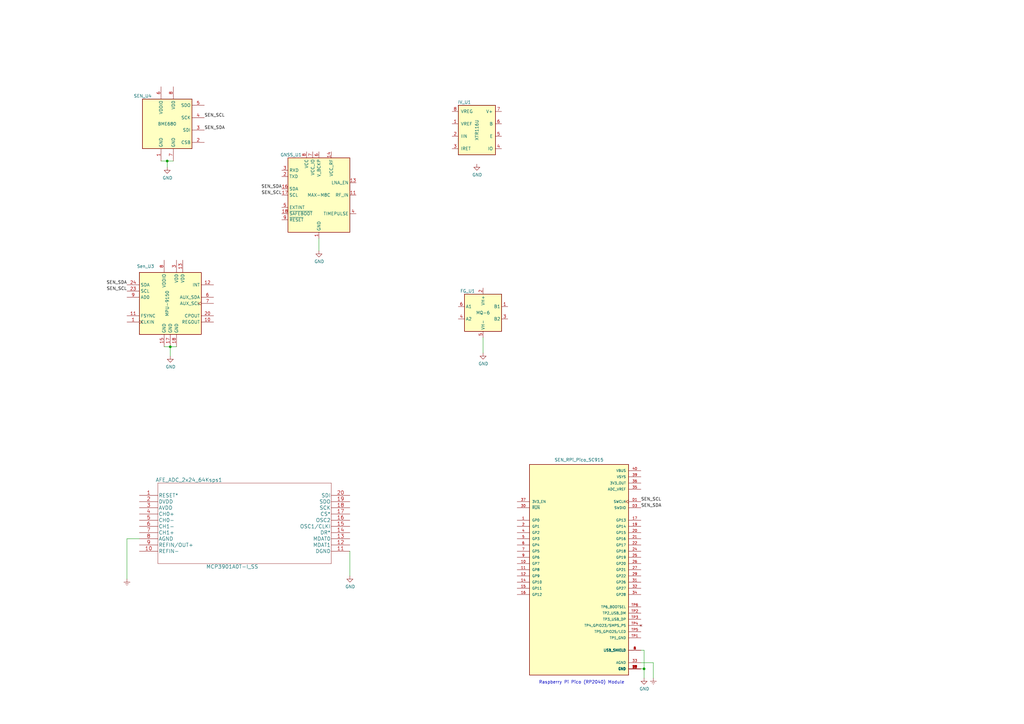
<source format=kicad_sch>
(kicad_sch (version 20230121) (generator eeschema)
  (paper "A3")
  (lib_symbols
    (symbol "FPGAs-Ard_RPi_BB-rescue:MPU-9150-Sensor_Motion"
      (property "Reference" "U" (at -11.43 13.97 0))
      (property "Value" "Sensor_Motion_MPU-9150" (at 8.89 -13.97 0))
      (symbol "MPU-9150-Sensor_Motion_0_1"
        (rectangle (start -12.7 12.7) (end 12.7 -12.7) (stroke (width 0.254)) (fill (type background)))
      )
      (symbol "MPU-9150-Sensor_Motion_1_1"
        (pin input clock (at -17.78 -7.62 0) (length 5.08) (name "CLKIN") (number "1"))
        (pin passive line (at 17.78 -7.62 180) (length 5.08) (name "REGOUT") (number "10"))
        (pin input line (at -17.78 -5.08 0) (length 5.08) (name "FSYNC") (number "11"))
        (pin output line (at 17.78 7.62 180) (length 5.08) (name "INT") (number "12"))
        (pin power_in line (at 5.08 17.78 270) (length 5.08) (name "VDD") (number "13"))
        (pin power_in line (at -2.54 -17.78 90) (length 5.08) (name "GND") (number "15"))
        (pin power_in line (at 0 -17.78 90) (length 5.08) (name "GND") (number "17"))
        (pin power_in line (at 2.54 -17.78 90) (length 5.08) (name "GND") (number "18"))
        (pin passive line (at 17.78 -5.08 180) (length 5.08) (name "CPOUT") (number "20"))
        (pin input line (at -17.78 5.08 0) (length 5.08) (name "SCL") (number "23"))
        (pin bidirectional line (at -17.78 7.62 0) (length 5.08) (name "SDA") (number "24"))
        (pin power_in line (at 2.54 17.78 270) (length 5.08) (name "VDD") (number "3"))
        (pin bidirectional line (at 17.78 2.54 180) (length 5.08) (name "AUX_SDA") (number "6"))
        (pin output clock (at 17.78 0 180) (length 5.08) (name "AUX_SCL") (number "7"))
        (pin power_in line (at -2.54 17.78 270) (length 5.08) (name "VDDIO") (number "8"))
        (pin input line (at -17.78 2.54 0) (length 5.08) (name "AD0") (number "9"))
      )
    )
    (symbol "FPGAs-Ard_RPi_BB-rescue:SC0915-SC0915" (pin_names (offset 1.016))
      (property "Reference" "U" (at -20.32 44.069 0))
      (property "Value" "SC0915_SC0915" (at -20.32 -45.72 0))
      (symbol "SC0915-SC0915_0_0"
        (rectangle (start -20.32 -43.18) (end 20.32 43.18) (stroke (width 0.254)) (fill (type background)))
        (pin bidirectional line (at -25.4 20.32 0) (length 5.08) (name "GP0") (number "1"))
        (pin bidirectional line (at -25.4 2.54 0) (length 5.08) (name "GP7") (number "10"))
        (pin bidirectional line (at -25.4 0 0) (length 5.08) (name "GP8") (number "11"))
        (pin bidirectional line (at -25.4 -2.54 0) (length 5.08) (name "GP9") (number "12"))
        (pin power_in line (at 25.4 -40.64 180) (length 5.08) (name "GND") (number "13"))
        (pin bidirectional line (at -25.4 -5.08 0) (length 5.08) (name "GP10") (number "14"))
        (pin bidirectional line (at -25.4 -7.62 0) (length 5.08) (name "GP11") (number "15"))
        (pin bidirectional line (at -25.4 -10.16 0) (length 5.08) (name "GP12") (number "16"))
        (pin bidirectional line (at 25.4 20.32 180) (length 5.08) (name "GP13") (number "17"))
        (pin power_in line (at 25.4 -40.64 180) (length 5.08) (name "GND") (number "18"))
        (pin bidirectional line (at 25.4 17.78 180) (length 5.08) (name "GP14") (number "19"))
        (pin bidirectional line (at -25.4 17.78 0) (length 5.08) (name "GP1") (number "2"))
        (pin bidirectional line (at 25.4 15.24 180) (length 5.08) (name "GP15") (number "20"))
        (pin bidirectional line (at 25.4 12.7 180) (length 5.08) (name "GP16") (number "21"))
        (pin bidirectional line (at 25.4 10.16 180) (length 5.08) (name "GP17") (number "22"))
        (pin power_in line (at 25.4 -40.64 180) (length 5.08) (name "GND") (number "23"))
        (pin bidirectional line (at 25.4 7.62 180) (length 5.08) (name "GP18") (number "24"))
        (pin bidirectional line (at 25.4 5.08 180) (length 5.08) (name "GP19") (number "25"))
        (pin bidirectional line (at 25.4 2.54 180) (length 5.08) (name "GP20") (number "26"))
        (pin bidirectional line (at 25.4 0 180) (length 5.08) (name "GP21") (number "27"))
        (pin power_in line (at 25.4 -40.64 180) (length 5.08) (name "GND") (number "28"))
        (pin bidirectional line (at 25.4 -2.54 180) (length 5.08) (name "GP22") (number "29"))
        (pin power_in line (at 25.4 -40.64 180) (length 5.08) (name "GND") (number "3"))
        (pin input line (at -25.4 25.4 0) (length 5.08) (name "~{RUN}") (number "30"))
        (pin bidirectional line (at 25.4 -5.08 180) (length 5.08) (name "GP26") (number "31"))
        (pin bidirectional line (at 25.4 -7.62 180) (length 5.08) (name "GP27") (number "32"))
        (pin power_in line (at 25.4 -38.1 180) (length 5.08) (name "AGND") (number "33"))
        (pin bidirectional line (at 25.4 -10.16 180) (length 5.08) (name "GP28") (number "34"))
        (pin power_in line (at 25.4 33.02 180) (length 5.08) (name "ADC_VREF") (number "35"))
        (pin power_in line (at 25.4 35.56 180) (length 5.08) (name "3V3_OUT") (number "36"))
        (pin input line (at -25.4 27.94 0) (length 5.08) (name "3V3_EN") (number "37"))
        (pin power_in line (at 25.4 -40.64 180) (length 5.08) (name "GND") (number "38"))
        (pin power_in line (at 25.4 38.1 180) (length 5.08) (name "VSYS") (number "39"))
        (pin bidirectional line (at -25.4 15.24 0) (length 5.08) (name "GP2") (number "4"))
        (pin power_in line (at 25.4 40.64 180) (length 5.08) (name "VBUS") (number "40"))
        (pin bidirectional line (at -25.4 12.7 0) (length 5.08) (name "GP3") (number "5"))
        (pin bidirectional line (at -25.4 10.16 0) (length 5.08) (name "GP4") (number "6"))
        (pin bidirectional line (at -25.4 7.62 0) (length 5.08) (name "GP5") (number "7"))
        (pin power_in line (at 25.4 -40.64 180) (length 5.08) (name "GND") (number "8"))
        (pin bidirectional line (at -25.4 5.08 0) (length 5.08) (name "GP6") (number "9"))
        (pin power_in line (at 25.4 -33.02 180) (length 5.08) (name "USB_SHIELD") (number "A"))
        (pin power_in line (at 25.4 -33.02 180) (length 5.08) (name "USB_SHIELD") (number "B"))
        (pin power_in line (at 25.4 -33.02 180) (length 5.08) (name "USB_SHIELD") (number "C"))
        (pin power_in line (at 25.4 -33.02 180) (length 5.08) (name "USB_SHIELD") (number "D"))
        (pin input clock (at 25.4 27.94 180) (length 5.08) (name "SWCLK") (number "D1"))
        (pin power_in line (at 25.4 -40.64 180) (length 5.08) (name "GND") (number "D2"))
        (pin bidirectional line (at 25.4 25.4 180) (length 5.08) (name "SWDIO") (number "D3"))
        (pin power_in line (at 25.4 -27.94 180) (length 5.08) (name "TP1_GND") (number "TP1"))
        (pin bidirectional line (at 25.4 -17.78 180) (length 5.08) (name "TP2_USB_DM") (number "TP2"))
        (pin bidirectional line (at 25.4 -20.32 180) (length 5.08) (name "TP3_USB_DP") (number "TP3"))
        (pin no_connect line (at 25.4 -22.86 180) (length 5.08) (name "TP4_GPIO23/SMPS_PS") (number "TP4"))
        (pin output line (at 25.4 -25.4 180) (length 5.08) (name "TP5_GPIO25/LED") (number "TP5"))
        (pin input line (at 25.4 -15.24 180) (length 5.08) (name "TP6_BOOTSEL") (number "TP6"))
      )
    )
    (symbol "Interface_CurrentLoop:XTR116U" (pin_names (offset 1.016))
      (property "Reference" "U" (at -7.62 13.97 0))
      (property "Value" "XTR116U" (at 1.27 13.97 0))
      (symbol "XTR116U_0_1"
        (rectangle (start -7.62 12.7) (end 7.62 -7.62) (stroke (width 0.254)) (fill (type background)))
      )
      (symbol "XTR116U_1_1"
        (pin output line (at -10.16 5.08 0) (length 2.54) (name "VREF") (number "1"))
        (pin input line (at -10.16 0 0) (length 2.54) (name "IIN") (number "2"))
        (pin input line (at -10.16 -5.08 0) (length 2.54) (name "IRET") (number "3"))
        (pin passive line (at 10.16 -5.08 180) (length 2.54) (name "IO") (number "4"))
        (pin passive line (at 10.16 0 180) (length 2.54) (name "E") (number "5"))
        (pin output line (at 10.16 5.08 180) (length 2.54) (name "B") (number "6"))
        (pin output line (at 10.16 10.16 180) (length 2.54) (name "V+") (number "7"))
        (pin output line (at -10.16 10.16 0) (length 2.54) (name "VREG") (number "8"))
      )
    )
    (symbol "RF_GPS:MAX-M8C"
      (property "Reference" "U" (at -10.16 16.51 0))
      (property "Value" "MAX-M8C" (at 11.43 16.51 0))
      (symbol "MAX-M8C_0_1"
        (rectangle (start 12.7 15.24) (end -12.7 -15.24) (stroke (width 0.254)) (fill (type background)))
      )
      (symbol "MAX-M8C_1_1"
        (pin power_in line (at 0 -17.78 90) (length 2.54) (name "GND") (number "1"))
        (pin passive line (at 0 -17.78 90) (length 2.54) hide (name "GND") (number "10"))
        (pin input line (at 15.24 0 180) (length 2.54) (name "RF_IN") (number "11"))
        (pin passive line (at 0 -17.78 90) (length 2.54) hide (name "GND") (number "12"))
        (pin output line (at 15.24 5.08 180) (length 2.54) (name "LNA_EN") (number "13"))
        (pin power_out line (at 5.08 17.78 270) (length 2.54) (name "VCC_RF") (number "14"))
        (pin no_connect line (at 12.7 -5.08 180) (length 2.54) hide (name "Reserved") (number "15"))
        (pin bidirectional line (at -15.24 2.54 0) (length 2.54) (name "SDA") (number "16"))
        (pin input line (at -15.24 0 0) (length 2.54) (name "SCL") (number "17"))
        (pin input line (at -15.24 -7.62 0) (length 2.54) (name "~{SAFEBOOT}") (number "18"))
        (pin output line (at -15.24 7.62 0) (length 2.54) (name "TXD") (number "2"))
        (pin input line (at -15.24 10.16 0) (length 2.54) (name "RXD") (number "3"))
        (pin output line (at 15.24 -7.62 180) (length 2.54) (name "TIMEPULSE") (number "4"))
        (pin input line (at -15.24 -5.08 0) (length 2.54) (name "EXTINT") (number "5"))
        (pin power_in line (at 0 17.78 270) (length 2.54) (name "V_BCKP") (number "6"))
        (pin power_in line (at -2.54 17.78 270) (length 2.54) (name "VCC_IO") (number "7"))
        (pin power_in line (at -5.08 17.78 270) (length 2.54) (name "VCC") (number "8"))
        (pin input line (at -15.24 -10.16 0) (length 2.54) (name "~{RESET}") (number "9"))
      )
    )
    (symbol "Sensor:BME680"
      (property "Reference" "U" (at -8.89 11.43 0))
      (property "Value" "BME680" (at 7.62 11.43 0))
      (symbol "BME680_0_1"
        (rectangle (start -10.16 10.16) (end 10.16 -10.16) (stroke (width 0.254)) (fill (type background)))
      )
      (symbol "BME680_1_1"
        (pin power_in line (at -2.54 -15.24 90) (length 5.08) (name "GND") (number "1"))
        (pin input line (at 15.24 -7.62 180) (length 5.08) (name "CSB") (number "2"))
        (pin bidirectional line (at 15.24 -2.54 180) (length 5.08) (name "SDI") (number "3"))
        (pin input line (at 15.24 2.54 180) (length 5.08) (name "SCK") (number "4"))
        (pin bidirectional line (at 15.24 7.62 180) (length 5.08) (name "SDO") (number "5"))
        (pin power_in line (at -2.54 15.24 270) (length 5.08) (name "VDDIO") (number "6"))
        (pin power_in line (at 2.54 -15.24 90) (length 5.08) (name "GND") (number "7"))
        (pin power_in line (at 2.54 15.24 270) (length 5.08) (name "VDD") (number "8"))
      )
    )
    (symbol "Sensor_Gas:MQ-6"
      (property "Reference" "U" (at -6.35 8.89 0))
      (property "Value" "MQ-6" (at 3.81 8.89 0))
      (symbol "MQ-6_0_1"
        (rectangle (start -7.62 7.62) (end 7.62 -7.62) (stroke (width 0.254)) (fill (type background)))
      )
      (symbol "MQ-6_1_1"
        (pin passive line (at 10.16 2.54 180) (length 2.54) (name "B1") (number "1"))
        (pin power_in line (at 0 10.16 270) (length 2.54) (name "VH+") (number "2"))
        (pin passive line (at 10.16 -2.54 180) (length 2.54) (name "B2") (number "3"))
        (pin passive line (at -10.16 -2.54 0) (length 2.54) (name "A2") (number "4"))
        (pin power_in line (at 0 -10.16 90) (length 2.54) (name "VH-") (number "5"))
        (pin passive line (at -10.16 2.54 0) (length 2.54) (name "A1") (number "6"))
      )
    )
    (symbol "power:Earth" (power) (pin_names (offset 0))
      (symbol "Earth_0_1"
        (polyline (pts (xy -0.635 -1.905) (xy 0.635 -1.905)))
        (polyline (pts (xy -0.127 -2.54) (xy 0.127 -2.54)))
        (polyline (pts (xy 0 -1.27) (xy 0 0)))
        (polyline (pts (xy 1.27 -1.27) (xy -1.27 -1.27)))
      )
      (symbol "Earth_1_1"
        (pin power_in line (at 0 0 270) (length 0) hide (name "Earth") (number "1"))
      )
    )
    (symbol "power:GND" (power) (pin_names (offset 0))
      (property "Value" "GND" (at 0 -3.81 0))
      (symbol "GND_0_1"
        (polyline (pts (xy 0 0) (xy 0 -1.27) (xy 1.27 -1.27) (xy 0 -2.54) (xy -1.27 -1.27) (xy 0 -1.27)))
      )
      (symbol "GND_1_1"
        (pin power_in line (at 0 0 270) (length 0) hide (name "GND") (number "1"))
      )
    )
    (symbol "ul_MCP3901A0T-I-SS:MCP3901A0T-I_SS" (pin_names (offset 0.254))
      (property "Reference" "U" (at 43.18 10.16 0))
      (property "Value" "MCP3901A0T-I_SS" (at 43.18 7.62 0))
      (symbol "MCP3901A0T-I_SS_1_1"
        (polyline (pts (xy 7.62 -27.94) (xy 78.74 -27.94)) (stroke (width 0.127)))
        (polyline (pts (xy 7.62 5.08) (xy 7.62 -27.94)) (stroke (width 0.127)))
        (polyline (pts (xy 78.74 -27.94) (xy 78.74 5.08)) (stroke (width 0.127)))
        (polyline (pts (xy 78.74 5.08) (xy 7.62 5.08)) (stroke (width 0.127)))
        (pin input line (at 0 0 0) (length 7.62) (name "RESET*") (number "1"))
        (pin input line (at 0 -22.86 0) (length 7.62) (name "REFIN-") (number "10"))
        (pin power_in line (at 86.36 -22.86 180) (length 7.62) (name "DGND") (number "11"))
        (pin output line (at 86.36 -20.32 180) (length 7.62) (name "MDAT1") (number "12"))
        (pin output line (at 86.36 -17.78 180) (length 7.62) (name "MDAT0") (number "13"))
        (pin output line (at 86.36 -15.24 180) (length 7.62) (name "DR*") (number "14"))
        (pin input line (at 86.36 -12.7 180) (length 7.62) (name "OSC1/CLKI") (number "15"))
        (pin input line (at 86.36 -10.16 180) (length 7.62) (name "OSC2") (number "16"))
        (pin input line (at 86.36 -7.62 180) (length 7.62) (name "CS*") (number "17"))
        (pin input line (at 86.36 -5.08 180) (length 7.62) (name "SCK") (number "18"))
        (pin output line (at 86.36 -2.54 180) (length 7.62) (name "SDO") (number "19"))
        (pin power_in line (at 0 -2.54 0) (length 7.62) (name "DVDD") (number "2"))
        (pin input line (at 86.36 0 180) (length 7.62) (name "SDI") (number "20"))
        (pin power_in line (at 0 -5.08 0) (length 7.62) (name "AVDD") (number "3"))
        (pin input line (at 0 -7.62 0) (length 7.62) (name "CH0+") (number "4"))
        (pin input line (at 0 -10.16 0) (length 7.62) (name "CH0-") (number "5"))
        (pin input line (at 0 -12.7 0) (length 7.62) (name "CH1-") (number "6"))
        (pin input line (at 0 -15.24 0) (length 7.62) (name "CH1+") (number "7"))
        (pin power_in line (at 0 -17.78 0) (length 7.62) (name "AGND") (number "8"))
        (pin bidirectional line (at 0 -20.32 0) (length 7.62) (name "REFIN/OUT+") (number "9"))
      )
    )
  )
  (junction (at 68.58 66.04))
  (junction (at 264.16 274.32))
  (junction (at 69.85 142.24))
  (wire (pts (xy 264.16 266.7) (xy 264.16 274.32)))
  (wire (pts (xy 198.12 138.43) (xy 198.12 144.78)))
  (wire (pts (xy 262.89 266.7) (xy 264.16 266.7)))
  (wire (pts (xy 262.89 274.32) (xy 264.16 274.32)))
  (wire (pts (xy 68.58 68.58) (xy 68.58 66.04)))
  (wire (pts (xy 57.15 220.98) (xy 52.07 220.98)))
  (wire (pts (xy 262.89 271.78) (xy 267.97 271.78)))
  (wire (pts (xy 68.58 66.04) (xy 71.12 66.04)))
  (wire (pts (xy 130.81 97.79) (xy 130.81 102.87)))
  (wire (pts (xy 66.04 66.04) (xy 68.58 66.04)))
  (wire (pts (xy 52.07 220.98) (xy 52.07 237.49)))
  (wire (pts (xy 69.85 142.24) (xy 69.85 146.05)))
  (wire (pts (xy 69.85 142.24) (xy 72.39 142.24)))
  (wire (pts (xy 143.51 226.06) (xy 143.51 236.22)))
  (wire (pts (xy 67.31 142.24) (xy 69.85 142.24)))
  (wire (pts (xy 267.97 271.78) (xy 267.97 278.13)))
  (wire (pts (xy 264.16 274.32) (xy 264.16 278.13)))
  (text "Raspberry Pi Pico (RP2040) Module\n" (at 220.98 280.67 0) (effects (font (size 1.27 1.27)) (justify left bottom)))
  (label "SEN_SCL" (at 83.82 48.26 0))
  (label "SEN_SDA" (at 52.07 116.84 180))
  (label "SEN_SCL" (at 115.57 80.01 180))
  (label "SEN_SDA" (at 262.89 208.28 0))
  (label "SEN_SCL" (at 262.89 205.74 0))
  (label "SEN_SCL" (at 52.07 119.38 180))
  (label "SEN_SDA" (at 115.57 77.47 180))
  (label "SEN_SDA" (at 83.82 53.34 0))
  (symbol (lib_id "Sensor:BME680") (at 68.58 50.8 0) (unit 1)
    (property "Reference" "SEN_U4" (at 62.23 39.37 0) (effects (justify right)))
    (property "Value" "BME680" (at 72.39 50.8 0) (effects (justify right)))
    (property "Footprint" "Package_LGA:Bosch_LGA-8_3x3mm_P0.8mm_ClockwisePinNumbering" (effects hide))
    (property "Datasheet" "https://ae-bst.resource.bosch.com/media/_tech/media/datasheets/BST-BME680-DS001.pdf" (effects hide))
  )
  (symbol (lib_id "FPGAs-Ard_RPi_BB-rescue:MPU-9150-Sensor_Motion") (at 69.85 124.46 0) (unit 1)
    (property "Reference" "Sen_U3" (at 59.69 109.22 0))
    (property "Value" "MPU-9150" (at 68.58 124.46 90))
    (property "Footprint" "Sensor_Motion:InvenSense_QFN-24_4x4mm_P0.5mm" (effects hide))
    (property "Datasheet" "https://www.invensense.com/wp-content/uploads/2015/02/MPU-9150-Datasheet.pdf" (effects hide))
  )
  (symbol (lib_id "ul_MCP3901A0T-I-SS:MCP3901A0T-I_SS") (at 57.15 203.2 0) (unit 1)
    (property "Reference" "AFE_ADC_2x24_64Ksps1" (at 77.47 196.85 0) (effects (font (size 1.524 1.524))))
    (property "Value" "MCP3901A0T-I_SS" (at 95.25 232.41 0) (effects (font (size 1.524 1.524))))
    (property "Footprint" "Package_SO:SSOP-20_5.3x7.2mm_P0.65mm" (effects hide))
  )
  (symbol (lib_id "Interface_CurrentLoop:XTR116U") (at 195.58 55.88 0) (unit 1)
    (property "Reference" "IV_U1" (at 190.5 41.91 0))
    (property "Value" "XTR116U" (at 195.58 53.34 90))
    (property "Footprint" "Package_SO:SOIC-8_3.9x4.9mm_P1.27mm" (effects hide))
    (property "Datasheet" "http://www.ti.com/lit/ds/symlink/xtr115.pdf" (effects hide))
  )
  (symbol (lib_id "Sensor_Gas:MQ-6") (at 198.12 128.27 0) (unit 1)
    (property "Reference" "FG_U1" (at 191.77 119.38 0))
    (property "Value" "MQ-6" (at 198.12 128.27 0))
    (property "Footprint" "Sensor:MQ-6" (effects hide))
    (property "Datasheet" "https://www.winsen-sensor.com/d/files/semiconductor/mq-6.pdf" (effects hide))
  )
  (symbol (lib_id "RF_GPS:MAX-M8C") (at 130.81 80.01 0) (unit 1)
    (property "Reference" "GNSS_U1" (at 119.38 63.5 0))
    (property "Value" "MAX-M8C" (at 130.81 80.01 0))
    (property "Footprint" "RF_GPS:ublox_MAX" (effects hide))
    (property "Datasheet" "https://www.u-blox.com/sites/default/files/MAX-M8-FW3_DataSheet_%28UBX-15031506%29.pdf" (effects hide))
  )
  (symbol (lib_id "FPGAs-Ard_RPi_BB-rescue:SC0915-SC0915") (at 237.49 233.68 0) (unit 1)
    (property "Reference" "SEN_RPi_Pico_SC915" (at 237.49 188.595 0))
    (property "Value" "SC0915" (effects hide))
    (property "Footprint" "SnapEDA Library:MODULE_SC0915" (effects hide))
    (property "MANUFACTURER" "Raspberry Pi" (effects hide))
    (property "MAXIMUM_PACKAGE_HEIGHT" "3.73mm" (effects hide))
    (property "PARTREV" "1.6" (effects hide))
    (property "STANDARD" "Manufacturer Recommendations" (effects hide))
  )
  (symbol (lib_id "power:GND") (at 69.85 146.05 0) (unit 1)
    (property "Reference" "#PWR0105" (effects hide))
    (property "Value" "GND" (at 69.977 150.4442 0))
  )
  (symbol (lib_id "power:GND") (at 198.12 144.78 0) (unit 1)
    (property "Reference" "#PWR0106" (effects hide))
    (property "Value" "GND" (at 198.247 149.1742 0))
  )
  (symbol (lib_id "power:GND") (at 68.58 68.58 0) (unit 1)
    (property "Reference" "#PWR0107" (effects hide))
    (property "Value" "GND" (at 68.707 72.9742 0))
  )
  (symbol (lib_id "power:GND") (at 195.58 67.31 0) (unit 1)
    (property "Reference" "#PWR0108" (effects hide))
    (property "Value" "GND" (at 195.707 71.7042 0))
  )
  (symbol (lib_id "power:GND") (at 130.81 102.87 0) (unit 1)
    (property "Reference" "#PWR0109" (effects hide))
    (property "Value" "GND" (at 130.937 107.2642 0))
  )
  (symbol (lib_id "power:GND") (at 143.51 236.22 0) (unit 1)
    (property "Reference" "#PWR0110" (effects hide))
    (property "Value" "GND" (at 143.637 240.6142 0))
  )
  (symbol (lib_id "power:Earth") (at 52.07 237.49 0) (unit 1)
    (property "Reference" "#PWR0111" (effects hide))
    (property "Value" "Earth" (effects hide))
  )
  (symbol (lib_id "power:Earth") (at 267.97 278.13 0) (unit 1)
    (property "Reference" "#PWR0112" (effects hide))
    (property "Value" "Earth" (effects hide))
  )
  (symbol (lib_id "power:GND") (at 264.16 278.13 0) (unit 1)
    (property "Reference" "#PWR0113" (effects hide))
    (property "Value" "GND" (at 264.287 282.5242 0))
  )
)
</source>
